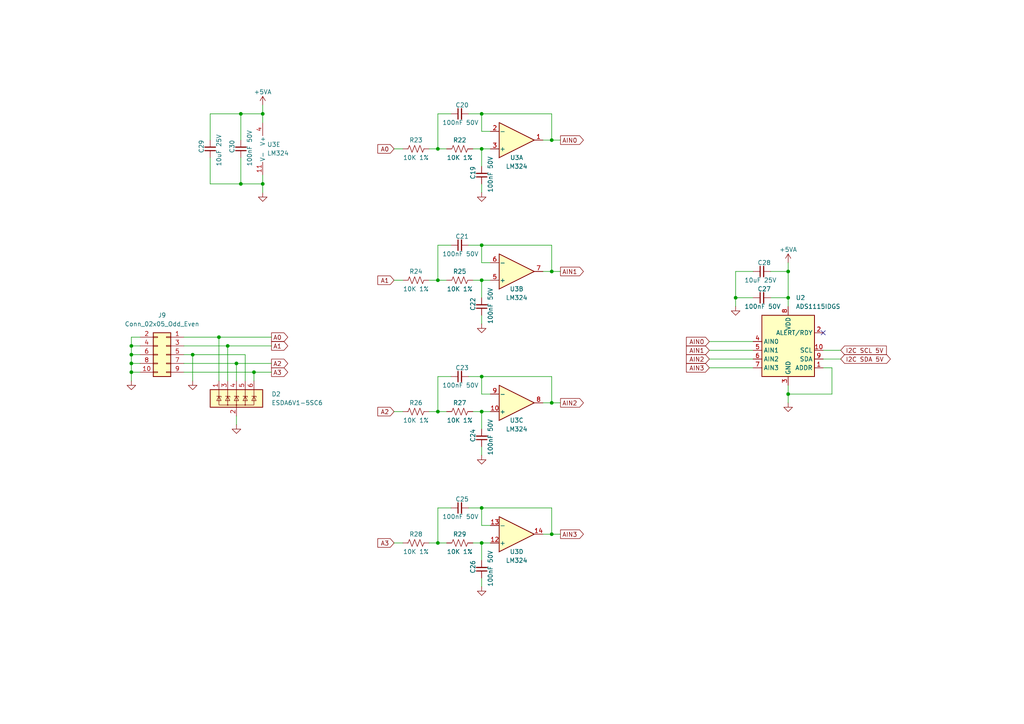
<source format=kicad_sch>
(kicad_sch (version 20231120) (generator "eeschema") (generator_version "8.0")
  (paper "A4")
  (lib_symbols
    (symbol "Amplifier_Operational:LM324" (pin_names (offset 0.127))
      (property "Reference" "U" (at 0 5.08 0))
      (property "Value" "LM324" (at 0 -5.08 0))
      (symbol "LM324_1_1"
        (polyline (pts (xy -5.08 5.08) (xy 5.08 0) (xy -5.08 -5.08) (xy -5.08 5.08)) (stroke (width 0.254)) (fill (type background)))
        (pin output line (at 7.62 0 180) (length 2.54) (name "~") (number "1"))
        (pin input line (at -7.62 -2.54 0) (length 2.54) (name "-") (number "2"))
        (pin input line (at -7.62 2.54 0) (length 2.54) (name "+") (number "3"))
      )
      (symbol "LM324_2_1"
        (polyline (pts (xy -5.08 5.08) (xy 5.08 0) (xy -5.08 -5.08) (xy -5.08 5.08)) (stroke (width 0.254)) (fill (type background)))
        (pin input line (at -7.62 2.54 0) (length 2.54) (name "+") (number "5"))
        (pin input line (at -7.62 -2.54 0) (length 2.54) (name "-") (number "6"))
        (pin output line (at 7.62 0 180) (length 2.54) (name "~") (number "7"))
      )
      (symbol "LM324_3_1"
        (polyline (pts (xy -5.08 5.08) (xy 5.08 0) (xy -5.08 -5.08) (xy -5.08 5.08)) (stroke (width 0.254)) (fill (type background)))
        (pin input line (at -7.62 2.54 0) (length 2.54) (name "+") (number "10"))
        (pin output line (at 7.62 0 180) (length 2.54) (name "~") (number "8"))
        (pin input line (at -7.62 -2.54 0) (length 2.54) (name "-") (number "9"))
      )
      (symbol "LM324_4_1"
        (polyline (pts (xy -5.08 5.08) (xy 5.08 0) (xy -5.08 -5.08) (xy -5.08 5.08)) (stroke (width 0.254)) (fill (type background)))
        (pin input line (at -7.62 2.54 0) (length 2.54) (name "+") (number "12"))
        (pin input line (at -7.62 -2.54 0) (length 2.54) (name "-") (number "13"))
        (pin output line (at 7.62 0 180) (length 2.54) (name "~") (number "14"))
      )
      (symbol "LM324_5_1"
        (pin power_in line (at -2.54 -7.62 90) (length 3.81) (name "V-") (number "11"))
        (pin power_in line (at -2.54 7.62 270) (length 3.81) (name "V+") (number "4"))
      )
    )
    (symbol "Analog_ADC:ADS1115IDGS"
      (property "Reference" "U" (at 2.54 13.97 0))
      (property "Value" "ADS1115IDGS" (at 7.62 11.43 0))
      (symbol "ADS1115IDGS_0_1"
        (rectangle (start -7.62 10.16) (end 7.62 -7.62) (stroke (width 0.254)) (fill (type background)))
      )
      (symbol "ADS1115IDGS_1_1"
        (pin input line (at 10.16 -5.08 180) (length 2.54) (name "ADDR") (number "1"))
        (pin input line (at 10.16 0 180) (length 2.54) (name "SCL") (number "10"))
        (pin output line (at 10.16 5.08 180) (length 2.54) (name "ALERT/RDY") (number "2"))
        (pin power_in line (at 0 -10.16 90) (length 2.54) (name "GND") (number "3"))
        (pin input line (at -10.16 2.54 0) (length 2.54) (name "AIN0") (number "4"))
        (pin input line (at -10.16 0 0) (length 2.54) (name "AIN1") (number "5"))
        (pin input line (at -10.16 -2.54 0) (length 2.54) (name "AIN2") (number "6"))
        (pin input line (at -10.16 -5.08 0) (length 2.54) (name "AIN3") (number "7"))
        (pin power_in line (at 0 12.7 270) (length 2.54) (name "VDD") (number "8"))
        (pin bidirectional line (at 10.16 -2.54 180) (length 2.54) (name "SDA") (number "9"))
      )
    )
    (symbol "Connector_Generic:Conn_02x05_Odd_Even" (pin_names (offset 1.016) hide)
      (property "Reference" "J" (at 1.27 7.62 0))
      (property "Value" "Conn_02x05_Odd_Even" (at 1.27 -7.62 0))
      (symbol "Conn_02x05_Odd_Even_1_1"
        (rectangle (start -1.27 -4.953) (end 0 -5.207) (stroke (width 0.1524)))
        (rectangle (start -1.27 -2.413) (end 0 -2.667) (stroke (width 0.1524)))
        (rectangle (start -1.27 0.127) (end 0 -0.127) (stroke (width 0.1524)))
        (rectangle (start -1.27 2.667) (end 0 2.413) (stroke (width 0.1524)))
        (rectangle (start -1.27 5.207) (end 0 4.953) (stroke (width 0.1524)))
        (rectangle (start -1.27 6.35) (end 3.81 -6.35) (stroke (width 0.254)) (fill (type background)))
        (rectangle (start 3.81 -4.953) (end 2.54 -5.207) (stroke (width 0.1524)))
        (rectangle (start 3.81 -2.413) (end 2.54 -2.667) (stroke (width 0.1524)))
        (rectangle (start 3.81 0.127) (end 2.54 -0.127) (stroke (width 0.1524)))
        (rectangle (start 3.81 2.667) (end 2.54 2.413) (stroke (width 0.1524)))
        (rectangle (start 3.81 5.207) (end 2.54 4.953) (stroke (width 0.1524)))
        (pin passive line (at -5.08 5.08 0) (length 3.81) (name "Pin_1") (number "1"))
        (pin passive line (at 7.62 -5.08 180) (length 3.81) (name "Pin_10") (number "10"))
        (pin passive line (at 7.62 5.08 180) (length 3.81) (name "Pin_2") (number "2"))
        (pin passive line (at -5.08 2.54 0) (length 3.81) (name "Pin_3") (number "3"))
        (pin passive line (at 7.62 2.54 180) (length 3.81) (name "Pin_4") (number "4"))
        (pin passive line (at -5.08 0 0) (length 3.81) (name "Pin_5") (number "5"))
        (pin passive line (at 7.62 0 180) (length 3.81) (name "Pin_6") (number "6"))
        (pin passive line (at -5.08 -2.54 0) (length 3.81) (name "Pin_7") (number "7"))
        (pin passive line (at 7.62 -2.54 180) (length 3.81) (name "Pin_8") (number "8"))
        (pin passive line (at -5.08 -5.08 0) (length 3.81) (name "Pin_9") (number "9"))
      )
    )
    (symbol "Device:C_Small" (pin_numbers hide) (pin_names (offset 0.254) hide)
      (property "Reference" "C" (at 0.254 1.778 0))
      (property "Value" "C_Small" (at 0.254 -2.032 0))
      (symbol "C_Small_0_1"
        (polyline (pts (xy -1.524 -0.508) (xy 1.524 -0.508)) (stroke (width 0.3302)))
        (polyline (pts (xy -1.524 0.508) (xy 1.524 0.508)) (stroke (width 0.3048)))
      )
      (symbol "C_Small_1_1"
        (pin passive line (at 0 2.54 270) (length 2.032) (name "~") (number "1"))
        (pin passive line (at 0 -2.54 90) (length 2.032) (name "~") (number "2"))
      )
    )
    (symbol "Device:R_US" (pin_numbers hide) (pin_names (offset 0))
      (property "Reference" "R" (at 2.54 0 90))
      (property "Value" "R_US" (at -2.54 0 90))
      (symbol "R_US_0_1"
        (polyline (pts (xy 0 -2.286) (xy 0 -2.54)))
        (polyline (pts (xy 0 2.286) (xy 0 2.54)))
        (polyline (pts (xy 0 -0.762) (xy 1.016 -1.143) (xy 0 -1.524) (xy -1.016 -1.905) (xy 0 -2.286)))
        (polyline (pts (xy 0 0.762) (xy 1.016 0.381) (xy 0 0) (xy -1.016 -0.381) (xy 0 -0.762)))
        (polyline (pts (xy 0 2.286) (xy 1.016 1.905) (xy 0 1.524) (xy -1.016 1.143) (xy 0 0.762)))
      )
      (symbol "R_US_1_1"
        (pin passive line (at 0 3.81 270) (length 1.27) (name "~") (number "1"))
        (pin passive line (at 0 -3.81 90) (length 1.27) (name "~") (number "2"))
      )
    )
    (symbol "Power_Protection:ESDA6V1-5SC6" (pin_names hide)
      (property "Reference" "D" (at -5.08 -3.81 0))
      (property "Value" "ESDA6V1-5SC6" (at 2.54 -3.81 0))
      (symbol "ESDA6V1-5SC6_0_0"
        (pin passive line (at 0 -5.08 90) (length 2.54) (name "GND") (number "2"))
      )
      (symbol "ESDA6V1-5SC6_0_1"
        (rectangle (start -7.62 2.54) (end 7.62 -2.54) (stroke (width 0.254)) (fill (type background)))
        (circle (center -2.54 -1.905) (radius 0.127))
        (circle (center 0 -1.905) (radius 0.127))
        (polyline (pts (xy -2.54 2.54) (xy -2.54 -1.905)))
        (polyline (pts (xy 0 2.54) (xy 0 -2.54)))
        (polyline (pts (xy 2.54 2.54) (xy 2.54 -1.905)))
        (polyline (pts (xy -5.715 0.635) (xy -4.445 0.635) (xy -4.445 0.381)))
        (polyline (pts (xy -3.175 0.635) (xy -1.905 0.635) (xy -1.905 0.381)))
        (polyline (pts (xy -0.635 0.635) (xy 0.635 0.635) (xy 0.635 0.381)))
        (polyline (pts (xy 1.905 0.635) (xy 3.175 0.635) (xy 3.175 0.381)))
        (polyline (pts (xy 4.445 0.635) (xy 5.715 0.635) (xy 5.715 0.381)))
        (polyline (pts (xy -5.715 -0.635) (xy -4.445 -0.635) (xy -5.08 0.635) (xy -5.715 -0.635)))
        (polyline (pts (xy -5.08 2.54) (xy -5.08 -1.905) (xy 5.08 -1.905) (xy 5.08 2.54)))
        (polyline (pts (xy -3.175 -0.635) (xy -1.905 -0.635) (xy -2.54 0.635) (xy -3.175 -0.635)))
        (polyline (pts (xy -0.635 -0.635) (xy 0.635 -0.635) (xy 0 0.635) (xy -0.635 -0.635)))
        (polyline (pts (xy 1.905 -0.635) (xy 3.175 -0.635) (xy 2.54 0.635) (xy 1.905 -0.635)))
        (polyline (pts (xy 4.445 -0.635) (xy 5.715 -0.635) (xy 5.08 0.635) (xy 4.445 -0.635)))
        (circle (center 2.54 -1.905) (radius 0.127))
      )
      (symbol "ESDA6V1-5SC6_1_1"
        (pin passive line (at -5.08 5.08 270) (length 2.54) (name "IO1") (number "1"))
        (pin passive line (at -2.54 5.08 270) (length 2.54) (name "IO2") (number "3"))
        (pin passive line (at 0 5.08 270) (length 2.54) (name "IO3") (number "4"))
        (pin passive line (at 2.54 5.08 270) (length 2.54) (name "IO4") (number "5"))
        (pin passive line (at 5.08 5.08 270) (length 2.54) (name "IO5") (number "6"))
      )
    )
    (symbol "power:GND" (power) (pin_numbers hide) (pin_names (offset 0) hide)
      (property "Value" "GND" (at 0 -3.81 0))
      (symbol "GND_0_1"
        (polyline (pts (xy 0 0) (xy 0 -1.27) (xy 1.27 -1.27) (xy 0 -2.54) (xy -1.27 -1.27) (xy 0 -1.27)))
      )
      (symbol "GND_1_1"
        (pin power_in line (at 0 0 270) (length 0) (name "~") (number "1"))
      )
    )
    (symbol "power:VCC" (power) (pin_numbers hide) (pin_names (offset 0) hide)
      (property "Value" "VCC" (at 0 3.556 0))
      (symbol "VCC_0_1"
        (polyline (pts (xy -0.762 1.27) (xy 0 2.54)))
        (polyline (pts (xy 0 0) (xy 0 2.54)))
        (polyline (pts (xy 0 2.54) (xy 0.762 1.27)))
      )
      (symbol "VCC_1_1"
        (pin power_in line (at 0 0 90) (length 0) (name "~") (number "1"))
      )
    )
  )
  (junction (at 68.58 105.41))
  (junction (at 69.85 53.34))
  (junction (at 139.7 157.48))
  (junction (at 38.1 105.41))
  (junction (at 38.1 100.33))
  (junction (at 63.5 97.79))
  (junction (at 139.7 119.38))
  (junction (at 76.2 53.34))
  (junction (at 139.7 81.28))
  (junction (at 69.85 33.02))
  (junction (at 76.2 33.02))
  (junction (at 73.66 107.95))
  (junction (at 127 81.28))
  (junction (at 139.7 109.22))
  (junction (at 127 157.48))
  (junction (at 228.6 78.74))
  (junction (at 38.1 102.87))
  (junction (at 228.6 114.3))
  (junction (at 160.02 154.94))
  (junction (at 228.6 86.36))
  (junction (at 160.02 78.74))
  (junction (at 139.7 33.02))
  (junction (at 160.02 116.84))
  (junction (at 139.7 71.12))
  (junction (at 160.02 40.64))
  (junction (at 127 43.18))
  (junction (at 38.1 107.95))
  (junction (at 213.36 86.36))
  (junction (at 139.7 43.18))
  (junction (at 66.04 100.33))
  (junction (at 55.88 102.87))
  (junction (at 139.7 147.32))
  (junction (at 127 119.38))
  (no_connect (at 238.76 96.52))
  (wire (pts (xy 78.74 107.95) (xy 73.66 107.95)))
  (wire (pts (xy 137.16 81.28) (xy 139.7 81.28)))
  (wire (pts (xy 137.16 157.48) (xy 139.7 157.48)))
  (wire (pts (xy 78.74 105.41) (xy 68.58 105.41)))
  (wire (pts (xy 228.6 86.36) (xy 228.6 88.9)))
  (wire (pts (xy 139.7 157.48) (xy 139.7 162.56)))
  (wire (pts (xy 73.66 107.95) (xy 53.34 107.95)))
  (wire (pts (xy 228.6 78.74) (xy 228.6 86.36)))
  (wire (pts (xy 73.66 107.95) (xy 73.66 110.49)))
  (wire (pts (xy 157.48 40.64) (xy 160.02 40.64)))
  (wire (pts (xy 68.58 105.41) (xy 68.58 110.49)))
  (wire (pts (xy 127 33.02) (xy 127 43.18)))
  (wire (pts (xy 55.88 102.87) (xy 55.88 110.49)))
  (wire (pts (xy 78.74 97.79) (xy 63.5 97.79)))
  (wire (pts (xy 228.6 76.2) (xy 228.6 78.74)))
  (wire (pts (xy 68.58 105.41) (xy 53.34 105.41)))
  (wire (pts (xy 139.7 71.12) (xy 160.02 71.12)))
  (wire (pts (xy 55.88 102.87) (xy 71.12 102.87)))
  (wire (pts (xy 139.7 81.28) (xy 142.24 81.28)))
  (wire (pts (xy 139.7 71.12) (xy 135.89 71.12)))
  (wire (pts (xy 205.74 101.6) (xy 218.44 101.6)))
  (wire (pts (xy 124.46 43.18) (xy 127 43.18)))
  (wire (pts (xy 139.7 147.32) (xy 160.02 147.32)))
  (wire (pts (xy 130.81 147.32) (xy 127 147.32)))
  (wire (pts (xy 139.7 129.54) (xy 139.7 132.08)))
  (wire (pts (xy 69.85 33.02) (xy 76.2 33.02)))
  (wire (pts (xy 213.36 78.74) (xy 218.44 78.74)))
  (wire (pts (xy 127 157.48) (xy 129.54 157.48)))
  (wire (pts (xy 127 147.32) (xy 127 157.48)))
  (wire (pts (xy 228.6 111.76) (xy 228.6 114.3)))
  (wire (pts (xy 38.1 107.95) (xy 38.1 105.41)))
  (wire (pts (xy 38.1 102.87) (xy 40.64 102.87)))
  (wire (pts (xy 38.1 110.49) (xy 38.1 107.95)))
  (wire (pts (xy 127 119.38) (xy 129.54 119.38)))
  (wire (pts (xy 139.7 109.22) (xy 160.02 109.22)))
  (wire (pts (xy 60.96 33.02) (xy 69.85 33.02)))
  (wire (pts (xy 127 81.28) (xy 129.54 81.28)))
  (wire (pts (xy 38.1 100.33) (xy 40.64 100.33)))
  (wire (pts (xy 139.7 114.3) (xy 139.7 109.22)))
  (wire (pts (xy 157.48 116.84) (xy 160.02 116.84)))
  (wire (pts (xy 160.02 78.74) (xy 162.56 78.74)))
  (wire (pts (xy 38.1 107.95) (xy 40.64 107.95)))
  (wire (pts (xy 130.81 33.02) (xy 127 33.02)))
  (wire (pts (xy 139.7 76.2) (xy 142.24 76.2)))
  (wire (pts (xy 69.85 53.34) (xy 76.2 53.34)))
  (wire (pts (xy 213.36 86.36) (xy 213.36 78.74)))
  (wire (pts (xy 238.76 101.6) (xy 243.84 101.6)))
  (wire (pts (xy 76.2 50.8) (xy 76.2 53.34)))
  (wire (pts (xy 69.85 33.02) (xy 69.85 40.64)))
  (wire (pts (xy 223.52 86.36) (xy 228.6 86.36)))
  (wire (pts (xy 114.3 81.28) (xy 116.84 81.28)))
  (wire (pts (xy 78.74 100.33) (xy 66.04 100.33)))
  (wire (pts (xy 139.7 167.64) (xy 139.7 170.18)))
  (wire (pts (xy 139.7 114.3) (xy 142.24 114.3)))
  (wire (pts (xy 139.7 53.34) (xy 139.7 55.88)))
  (wire (pts (xy 124.46 157.48) (xy 127 157.48)))
  (wire (pts (xy 137.16 119.38) (xy 139.7 119.38)))
  (wire (pts (xy 160.02 40.64) (xy 160.02 33.02)))
  (wire (pts (xy 139.7 119.38) (xy 142.24 119.38)))
  (wire (pts (xy 213.36 86.36) (xy 218.44 86.36)))
  (wire (pts (xy 76.2 30.48) (xy 76.2 33.02)))
  (wire (pts (xy 130.81 71.12) (xy 127 71.12)))
  (wire (pts (xy 38.1 105.41) (xy 40.64 105.41)))
  (wire (pts (xy 66.04 100.33) (xy 53.34 100.33)))
  (wire (pts (xy 238.76 106.68) (xy 241.3 106.68)))
  (wire (pts (xy 139.7 76.2) (xy 139.7 71.12)))
  (wire (pts (xy 160.02 116.84) (xy 162.56 116.84)))
  (wire (pts (xy 114.3 119.38) (xy 116.84 119.38)))
  (wire (pts (xy 71.12 110.49) (xy 71.12 102.87)))
  (wire (pts (xy 127 43.18) (xy 129.54 43.18)))
  (wire (pts (xy 160.02 33.02) (xy 139.7 33.02)))
  (wire (pts (xy 213.36 88.9) (xy 213.36 86.36)))
  (wire (pts (xy 160.02 40.64) (xy 162.56 40.64)))
  (wire (pts (xy 38.1 102.87) (xy 38.1 100.33)))
  (wire (pts (xy 139.7 109.22) (xy 135.89 109.22)))
  (wire (pts (xy 124.46 119.38) (xy 127 119.38)))
  (wire (pts (xy 127 71.12) (xy 127 81.28)))
  (wire (pts (xy 160.02 78.74) (xy 160.02 71.12)))
  (wire (pts (xy 63.5 97.79) (xy 53.34 97.79)))
  (wire (pts (xy 142.24 38.1) (xy 139.7 38.1)))
  (wire (pts (xy 76.2 33.02) (xy 76.2 35.56)))
  (wire (pts (xy 139.7 119.38) (xy 139.7 124.46)))
  (wire (pts (xy 160.02 116.84) (xy 160.02 109.22)))
  (wire (pts (xy 130.81 109.22) (xy 127 109.22)))
  (wire (pts (xy 160.02 154.94) (xy 160.02 147.32)))
  (wire (pts (xy 160.02 154.94) (xy 162.56 154.94)))
  (wire (pts (xy 38.1 105.41) (xy 38.1 102.87)))
  (wire (pts (xy 205.74 104.14) (xy 218.44 104.14)))
  (wire (pts (xy 60.96 45.72) (xy 60.96 53.34)))
  (wire (pts (xy 114.3 43.18) (xy 116.84 43.18)))
  (wire (pts (xy 157.48 78.74) (xy 160.02 78.74)))
  (wire (pts (xy 223.52 78.74) (xy 228.6 78.74)))
  (wire (pts (xy 205.74 99.06) (xy 218.44 99.06)))
  (wire (pts (xy 76.2 55.88) (xy 76.2 53.34)))
  (wire (pts (xy 139.7 43.18) (xy 139.7 48.26)))
  (wire (pts (xy 241.3 106.68) (xy 241.3 114.3)))
  (wire (pts (xy 69.85 45.72) (xy 69.85 53.34)))
  (wire (pts (xy 139.7 38.1) (xy 139.7 33.02)))
  (wire (pts (xy 127 109.22) (xy 127 119.38)))
  (wire (pts (xy 114.3 157.48) (xy 116.84 157.48)))
  (wire (pts (xy 238.76 104.14) (xy 243.84 104.14)))
  (wire (pts (xy 157.48 154.94) (xy 160.02 154.94)))
  (wire (pts (xy 228.6 116.84) (xy 228.6 114.3)))
  (wire (pts (xy 66.04 100.33) (xy 66.04 110.49)))
  (wire (pts (xy 38.1 97.79) (xy 40.64 97.79)))
  (wire (pts (xy 139.7 147.32) (xy 135.89 147.32)))
  (wire (pts (xy 53.34 102.87) (xy 55.88 102.87)))
  (wire (pts (xy 68.58 123.19) (xy 68.58 120.65)))
  (wire (pts (xy 139.7 33.02) (xy 135.89 33.02)))
  (wire (pts (xy 139.7 81.28) (xy 139.7 86.36)))
  (wire (pts (xy 139.7 157.48) (xy 142.24 157.48)))
  (wire (pts (xy 60.96 40.64) (xy 60.96 33.02)))
  (wire (pts (xy 205.74 106.68) (xy 218.44 106.68)))
  (wire (pts (xy 63.5 97.79) (xy 63.5 110.49)))
  (wire (pts (xy 60.96 53.34) (xy 69.85 53.34)))
  (wire (pts (xy 139.7 152.4) (xy 139.7 147.32)))
  (wire (pts (xy 137.16 43.18) (xy 139.7 43.18)))
  (wire (pts (xy 38.1 100.33) (xy 38.1 97.79)))
  (wire (pts (xy 228.6 114.3) (xy 241.3 114.3)))
  (wire (pts (xy 124.46 81.28) (xy 127 81.28)))
  (wire (pts (xy 139.7 91.44) (xy 139.7 93.98)))
  (wire (pts (xy 139.7 152.4) (xy 142.24 152.4)))
  (wire (pts (xy 139.7 43.18) (xy 142.24 43.18)))
  (global_label "I2C SDA 5V" (shape bidirectional) (at 243.84 104.14 0) (property "Intersheetrefs" "${INTERSHEET_REFS}" (effects (hide yes))))
  (global_label "A1" (shape output) (at 78.74 100.33 0) (property "Intersheetrefs" "${INTERSHEET_REFS}" (effects (hide yes))))
  (global_label "AIN1" (shape output) (at 162.56 78.74 0) (property "Intersheetrefs" "${INTERSHEET_REFS}" (effects (hide yes))))
  (global_label "A3" (shape output) (at 78.74 107.95 0) (property "Intersheetrefs" "${INTERSHEET_REFS}" (effects (hide yes))))
  (global_label "AIN3" (shape input) (at 205.74 106.68 180) (property "Intersheetrefs" "${INTERSHEET_REFS}" (effects (hide yes))))
  (global_label "A0" (shape output) (at 78.74 97.79 0) (property "Intersheetrefs" "${INTERSHEET_REFS}" (effects (hide yes))))
  (global_label "A0" (shape input) (at 114.3 43.18 180) (property "Intersheetrefs" "${INTERSHEET_REFS}" (effects (hide yes))))
  (global_label "A2" (shape output) (at 78.74 105.41 0) (property "Intersheetrefs" "${INTERSHEET_REFS}" (effects (hide yes))))
  (global_label "I2C SCL 5V" (shape input) (at 243.84 101.6 0) (property "Intersheetrefs" "${INTERSHEET_REFS}" (effects (hide yes))))
  (global_label "AIN2" (shape output) (at 162.56 116.84 0) (property "Intersheetrefs" "${INTERSHEET_REFS}" (effects (hide yes))))
  (global_label "AIN1" (shape input) (at 205.74 101.6 180) (property "Intersheetrefs" "${INTERSHEET_REFS}" (effects (hide yes))))
  (global_label "A1" (shape input) (at 114.3 81.28 180) (property "Intersheetrefs" "${INTERSHEET_REFS}" (effects (hide yes))))
  (global_label "A3" (shape input) (at 114.3 157.48 180) (property "Intersheetrefs" "${INTERSHEET_REFS}" (effects (hide yes))))
  (global_label "AIN3" (shape output) (at 162.56 154.94 0) (property "Intersheetrefs" "${INTERSHEET_REFS}" (effects (hide yes))))
  (global_label "AIN2" (shape input) (at 205.74 104.14 180) (property "Intersheetrefs" "${INTERSHEET_REFS}" (effects (hide yes))))
  (global_label "AIN0" (shape input) (at 205.74 99.06 180) (property "Intersheetrefs" "${INTERSHEET_REFS}" (effects (hide yes))))
  (global_label "A2" (shape input) (at 114.3 119.38 180) (property "Intersheetrefs" "${INTERSHEET_REFS}" (effects (hide yes))))
  (global_label "AIN0" (shape output) (at 162.56 40.64 0) (property "Intersheetrefs" "${INTERSHEET_REFS}" (effects (hide yes))))
  (symbol (lib_id "Connector_Generic:Conn_02x05_Odd_Even") (at 48.26 102.87 0) (mirror y) (unit 1)
    (property "Reference" "J9" (at 46.99 91.44 0))
    (property "Value" "Conn_02x05_Odd_Even" (at 46.99 93.98 0))
    (property "Footprint" "Connector_PinSocket_2.54mm:PinSocket_2x05_P2.54mm_Horizontal" (effects (hide yes)))
    (property "Description" "Generic connector, double row, 02x05, odd/even pin numbering scheme (row 1 odd numbers, row 2 even numbers), script generated (kicad-library-utils/schlib/autogen/connector/)" (effects (hide yes)))
  )
  (symbol (lib_id "Device:R_US") (at 133.35 81.28 90) (unit 1)
    (property "Reference" "R25" (at 133.35 78.74 90))
    (property "Value" "10K 1%" (at 133.35 83.82 90))
    (property "Footprint" "Resistor_SMD:R_0603_1608Metric_Pad0.98x0.95mm_HandSolder" (effects (hide yes)))
    (property "Description" "Resistor, US symbol" (effects (hide yes)))
  )
  (symbol (lib_id "power:GND") (at 139.7 170.18 0) (unit 1)
    (property "Reference" "#PWR051" (effects (hide yes)))
    (property "Value" "GND" (effects (hide yes)))
    (property "Description" "Power symbol creates a global label with name \"GND\" , ground" (effects (hide yes)))
  )
  (symbol (lib_id "Device:C_Small") (at 133.35 147.32 90) (unit 1)
    (property "Reference" "C25" (at 132.08 144.78 90) (effects (justify right)))
    (property "Value" "100nF 50V" (at 128.27 149.86 90) (effects (justify right)))
    (property "Footprint" "Capacitor_SMD:C_0603_1608Metric_Pad1.08x0.95mm_HandSolder" (effects (hide yes)))
    (property "Description" "Unpolarized capacitor, small symbol" (effects (hide yes)))
  )
  (symbol (lib_id "Device:R_US") (at 120.65 157.48 90) (unit 1)
    (property "Reference" "R28" (at 120.65 154.94 90))
    (property "Value" "10K 1%" (at 120.65 160.02 90))
    (property "Footprint" "Resistor_SMD:R_0603_1608Metric_Pad0.98x0.95mm_HandSolder" (effects (hide yes)))
    (property "Description" "Resistor, US symbol" (effects (hide yes)))
  )
  (symbol (lib_id "Device:C_Small") (at 139.7 127 180) (unit 1)
    (property "Reference" "C24" (at 137.16 128.27 90) (effects (justify right)))
    (property "Value" "100nF 50V" (at 142.24 132.08 90) (effects (justify right)))
    (property "Footprint" "Capacitor_SMD:C_0603_1608Metric_Pad1.08x0.95mm_HandSolder" (effects (hide yes)))
    (property "Description" "Unpolarized capacitor, small symbol" (effects (hide yes)))
  )
  (symbol (lib_id "power:GND") (at 55.88 110.49 0) (unit 1)
    (property "Reference" "#PWR019" (effects (hide yes)))
    (property "Value" "GND" (effects (hide yes)))
    (property "Description" "Power symbol creates a global label with name \"GND\" , ground" (effects (hide yes)))
  )
  (symbol (lib_id "Device:R_US") (at 120.65 119.38 90) (unit 1)
    (property "Reference" "R26" (at 120.65 116.84 90))
    (property "Value" "10K 1%" (at 120.65 121.92 90))
    (property "Footprint" "Resistor_SMD:R_0603_1608Metric_Pad0.98x0.95mm_HandSolder" (effects (hide yes)))
    (property "Description" "Resistor, US symbol" (effects (hide yes)))
  )
  (symbol (lib_id "Amplifier_Operational:LM324") (at 149.86 40.64 0) (mirror x) (unit 1)
    (property "Reference" "U3" (at 149.86 45.72 0))
    (property "Value" "LM324" (at 149.86 48.26 0))
    (property "Footprint" "Package_SO:TSSOP-14_4.4x5mm_P0.65mm" (effects (hide yes)))
    (property "Datasheet" "http://www.ti.com/lit/ds/symlink/lm2902-n.pdf" (effects (hide yes)))
    (property "Description" "Low-Power, Quad-Operational Amplifiers, DIP-14/SOIC-14/SSOP-14" (effects (hide yes)))
  )
  (symbol (lib_id "power:GND") (at 139.7 93.98 0) (unit 1)
    (property "Reference" "#PWR049" (effects (hide yes)))
    (property "Value" "GND" (effects (hide yes)))
    (property "Description" "Power symbol creates a global label with name \"GND\" , ground" (effects (hide yes)))
  )
  (symbol (lib_id "Device:C_Small") (at 69.85 43.18 180) (unit 1)
    (property "Reference" "C30" (at 67.31 44.45 90) (effects (justify right)))
    (property "Value" "100nF 50V" (at 72.39 48.26 90) (effects (justify right)))
    (property "Footprint" "Capacitor_SMD:C_0603_1608Metric_Pad1.08x0.95mm_HandSolder" (effects (hide yes)))
    (property "Description" "Unpolarized capacitor, small symbol" (effects (hide yes)))
  )
  (symbol (lib_id "power:GND") (at 213.36 88.9 0) (unit 1)
    (property "Reference" "#PWR053" (effects (hide yes)))
    (property "Value" "GND" (effects (hide yes)))
    (property "Description" "Power symbol creates a global label with name \"GND\" , ground" (effects (hide yes)))
  )
  (symbol (lib_id "Device:R_US") (at 133.35 119.38 90) (unit 1)
    (property "Reference" "R27" (at 133.35 116.84 90))
    (property "Value" "10K 1%" (at 133.35 121.92 90))
    (property "Footprint" "Resistor_SMD:R_0603_1608Metric_Pad0.98x0.95mm_HandSolder" (effects (hide yes)))
    (property "Description" "Resistor, US symbol" (effects (hide yes)))
  )
  (symbol (lib_id "power:GND") (at 68.58 123.19 0) (unit 1)
    (property "Reference" "#PWR045" (effects (hide yes)))
    (property "Value" "GND" (effects (hide yes)))
    (property "Description" "Power symbol creates a global label with name \"GND\" , ground" (effects (hide yes)))
  )
  (symbol (lib_id "power:GND") (at 139.7 132.08 0) (unit 1)
    (property "Reference" "#PWR050" (effects (hide yes)))
    (property "Value" "GND" (effects (hide yes)))
    (property "Description" "Power symbol creates a global label with name \"GND\" , ground" (effects (hide yes)))
  )
  (symbol (lib_id "Amplifier_Operational:LM324") (at 78.74 43.18 0) (unit 5)
    (property "Reference" "U3" (at 77.47 41.9099 0) (effects (justify left)))
    (property "Value" "LM324" (at 77.47 44.4499 0) (effects (justify left)))
    (property "Footprint" "Package_SO:TSSOP-14_4.4x5mm_P0.65mm" (effects (hide yes)))
    (property "Datasheet" "http://www.ti.com/lit/ds/symlink/lm2902-n.pdf" (effects (hide yes)))
    (property "Description" "Low-Power, Quad-Operational Amplifiers, DIP-14/SOIC-14/SSOP-14" (effects (hide yes)))
  )
  (symbol (lib_id "Device:C_Small") (at 220.98 86.36 90) (unit 1)
    (property "Reference" "C27" (at 219.71 83.82 90) (effects (justify right)))
    (property "Value" "100nF 50V" (at 215.9 88.9 90) (effects (justify right)))
    (property "Footprint" "Capacitor_SMD:C_0603_1608Metric_Pad1.08x0.95mm_HandSolder" (effects (hide yes)))
    (property "Description" "Unpolarized capacitor, small symbol" (effects (hide yes)))
  )
  (symbol (lib_id "power:GND") (at 139.7 55.88 0) (unit 1)
    (property "Reference" "#PWR048" (effects (hide yes)))
    (property "Value" "GND" (effects (hide yes)))
    (property "Description" "Power symbol creates a global label with name \"GND\" , ground" (effects (hide yes)))
  )
  (symbol (lib_id "Device:C_Small") (at 60.96 43.18 180) (unit 1)
    (property "Reference" "C29" (at 58.42 44.45 90) (effects (justify right)))
    (property "Value" "10uF 25V" (at 63.5 48.26 90) (effects (justify right)))
    (property "Footprint" "Capacitor_SMD:C_0805_2012Metric_Pad1.18x1.45mm_HandSolder" (effects (hide yes)))
    (property "Description" "Unpolarized capacitor, small symbol" (effects (hide yes)))
  )
  (symbol (lib_id "power:VCC") (at 228.6 76.2 0) (unit 1)
    (property "Reference" "#PWR054" (effects (hide yes)))
    (property "Value" "+5VA" (at 228.6 72.39 0))
    (property "Description" "Power symbol creates a global label with name \"VCC\"" (effects (hide yes)))
  )
  (symbol (lib_id "power:VCC") (at 76.2 30.48 0) (unit 1)
    (property "Reference" "#PWR046" (effects (hide yes)))
    (property "Value" "+5VA" (at 76.2 26.67 0))
    (property "Description" "Power symbol creates a global label with name \"VCC\"" (effects (hide yes)))
  )
  (symbol (lib_id "Device:R_US") (at 120.65 81.28 90) (unit 1)
    (property "Reference" "R24" (at 120.65 78.74 90))
    (property "Value" "10K 1%" (at 120.65 83.82 90))
    (property "Footprint" "Resistor_SMD:R_0603_1608Metric_Pad0.98x0.95mm_HandSolder" (effects (hide yes)))
    (property "Description" "Resistor, US symbol" (effects (hide yes)))
  )
  (symbol (lib_id "Device:C_Small") (at 133.35 33.02 90) (unit 1)
    (property "Reference" "C20" (at 132.08 30.48 90) (effects (justify right)))
    (property "Value" "100nF 50V" (at 128.27 35.56 90) (effects (justify right)))
    (property "Footprint" "Capacitor_SMD:C_0603_1608Metric_Pad1.08x0.95mm_HandSolder" (effects (hide yes)))
    (property "Description" "Unpolarized capacitor, small symbol" (effects (hide yes)))
  )
  (symbol (lib_id "Amplifier_Operational:LM324") (at 149.86 116.84 0) (mirror x) (unit 3)
    (property "Reference" "U3" (at 149.86 121.92 0))
    (property "Value" "LM324" (at 149.86 124.46 0))
    (property "Footprint" "Package_SO:TSSOP-14_4.4x5mm_P0.65mm" (effects (hide yes)))
    (property "Datasheet" "http://www.ti.com/lit/ds/symlink/lm2902-n.pdf" (effects (hide yes)))
    (property "Description" "Low-Power, Quad-Operational Amplifiers, DIP-14/SOIC-14/SSOP-14" (effects (hide yes)))
  )
  (symbol (lib_id "power:GND") (at 228.6 116.84 0) (unit 1)
    (property "Reference" "#PWR071" (effects (hide yes)))
    (property "Value" "GND" (effects (hide yes)))
    (property "Description" "Power symbol creates a global label with name \"GND\" , ground" (effects (hide yes)))
  )
  (symbol (lib_id "Device:C_Small") (at 220.98 78.74 90) (unit 1)
    (property "Reference" "C28" (at 219.71 76.2 90) (effects (justify right)))
    (property "Value" "10uF 25V" (at 215.9 81.28 90) (effects (justify right)))
    (property "Footprint" "Capacitor_SMD:C_0805_2012Metric_Pad1.18x1.45mm_HandSolder" (effects (hide yes)))
    (property "Description" "Unpolarized capacitor, small symbol" (effects (hide yes)))
  )
  (symbol (lib_id "Device:C_Small") (at 139.7 50.8 180) (unit 1)
    (property "Reference" "C19" (at 137.16 52.07 90) (effects (justify right)))
    (property "Value" "100nF 50V" (at 142.24 55.88 90) (effects (justify right)))
    (property "Footprint" "Capacitor_SMD:C_0603_1608Metric_Pad1.08x0.95mm_HandSolder" (effects (hide yes)))
    (property "Description" "Unpolarized capacitor, small symbol" (effects (hide yes)))
  )
  (symbol (lib_id "Power_Protection:ESDA6V1-5SC6") (at 68.58 115.57 0) (unit 1)
    (property "Reference" "D2" (at 78.74 114.2999 0) (effects (justify left)))
    (property "Value" "ESDA6V1-5SC6" (at 78.74 116.8399 0) (effects (justify left)))
    (property "Footprint" "Package_TO_SOT_SMD:SOT-23-6" (effects (hide yes)))
    (property "Datasheet" "www.st.com/resource/en/datasheet/esda6v1-5sc6.pdf" (effects (hide yes)))
    (property "Description" "Quintuple bidirectional transil, Suppressor for ESD protection, 6V1 Breakdown, SOT-23-6" (effects (hide yes)))
  )
  (symbol (lib_id "Device:R_US") (at 133.35 43.18 90) (unit 1)
    (property "Reference" "R22" (at 133.35 40.64 90))
    (property "Value" "10K 1%" (at 133.35 45.72 90))
    (property "Footprint" "Resistor_SMD:R_0603_1608Metric_Pad0.98x0.95mm_HandSolder" (effects (hide yes)))
    (property "Description" "Resistor, US symbol" (effects (hide yes)))
  )
  (symbol (lib_id "Device:C_Small") (at 139.7 88.9 180) (unit 1)
    (property "Reference" "C22" (at 137.16 90.17 90) (effects (justify right)))
    (property "Value" "100nF 50V" (at 142.24 93.98 90) (effects (justify right)))
    (property "Footprint" "Capacitor_SMD:C_0603_1608Metric_Pad1.08x0.95mm_HandSolder" (effects (hide yes)))
    (property "Description" "Unpolarized capacitor, small symbol" (effects (hide yes)))
  )
  (symbol (lib_id "Device:R_US") (at 133.35 157.48 90) (unit 1)
    (property "Reference" "R29" (at 133.35 154.94 90))
    (property "Value" "10K 1%" (at 133.35 160.02 90))
    (property "Footprint" "Resistor_SMD:R_0603_1608Metric_Pad0.98x0.95mm_HandSolder" (effects (hide yes)))
    (property "Description" "Resistor, US symbol" (effects (hide yes)))
  )
  (symbol (lib_id "Amplifier_Operational:LM324") (at 149.86 78.74 0) (mirror x) (unit 2)
    (property "Reference" "U3" (at 149.86 83.82 0))
    (property "Value" "LM324" (at 149.86 86.36 0))
    (property "Footprint" "Package_SO:TSSOP-14_4.4x5mm_P0.65mm" (effects (hide yes)))
    (property "Datasheet" "http://www.ti.com/lit/ds/symlink/lm2902-n.pdf" (effects (hide yes)))
    (property "Description" "Low-Power, Quad-Operational Amplifiers, DIP-14/SOIC-14/SSOP-14" (effects (hide yes)))
  )
  (symbol (lib_id "Device:R_US") (at 120.65 43.18 90) (unit 1)
    (property "Reference" "R23" (at 120.65 40.64 90))
    (property "Value" "10K 1%" (at 120.65 45.72 90))
    (property "Footprint" "Resistor_SMD:R_0603_1608Metric_Pad0.98x0.95mm_HandSolder" (effects (hide yes)))
    (property "Description" "Resistor, US symbol" (effects (hide yes)))
  )
  (symbol (lib_id "power:GND") (at 38.1 110.49 0) (unit 1)
    (property "Reference" "#PWR018" (effects (hide yes)))
    (property "Value" "GND" (effects (hide yes)))
    (property "Description" "Power symbol creates a global label with name \"GND\" , ground" (effects (hide yes)))
  )
  (symbol (lib_id "power:GND") (at 76.2 55.88 0) (unit 1)
    (property "Reference" "#PWR047" (effects (hide yes)))
    (property "Value" "GND" (effects (hide yes)))
    (property "Description" "Power symbol creates a global label with name \"GND\" , ground" (effects (hide yes)))
  )
  (symbol (lib_id "Device:C_Small") (at 139.7 165.1 180) (unit 1)
    (property "Reference" "C26" (at 137.16 166.37 90) (effects (justify right)))
    (property "Value" "100nF 50V" (at 142.24 170.18 90) (effects (justify right)))
    (property "Footprint" "Capacitor_SMD:C_0603_1608Metric_Pad1.08x0.95mm_HandSolder" (effects (hide yes)))
    (property "Description" "Unpolarized capacitor, small symbol" (effects (hide yes)))
  )
  (symbol (lib_id "Analog_ADC:ADS1115IDGS") (at 228.6 101.6 0) (unit 1)
    (property "Reference" "U2" (at 230.7941 86.36 0) (effects (justify left)))
    (property "Value" "ADS1115IDGS" (at 230.7941 88.9 0) (effects (justify left)))
    (property "Footprint" "Package_SO:TSSOP-10_3x3mm_P0.5mm" (effects (hide yes)))
    (property "Datasheet" "http://www.ti.com/lit/ds/symlink/ads1113.pdf" (effects (hide yes)))
    (property "Description" "Ultra-Small, Low-Power, I2C-Compatible, 860-SPS, 16-Bit ADCs With Internal Reference, Oscillator, and Programmable Comparator, VSSOP-10" (effects (hide yes)))
  )
  (symbol (lib_id "Amplifier_Operational:LM324") (at 149.86 154.94 0) (mirror x) (unit 4)
    (property "Reference" "U3" (at 149.86 160.02 0))
    (property "Value" "LM324" (at 149.86 162.56 0))
    (property "Footprint" "Package_SO:TSSOP-14_4.4x5mm_P0.65mm" (effects (hide yes)))
    (property "Datasheet" "http://www.ti.com/lit/ds/symlink/lm2902-n.pdf" (effects (hide yes)))
    (property "Description" "Low-Power, Quad-Operational Amplifiers, DIP-14/SOIC-14/SSOP-14" (effects (hide yes)))
  )
  (symbol (lib_id "Device:C_Small") (at 133.35 71.12 90) (unit 1)
    (property "Reference" "C21" (at 132.08 68.58 90) (effects (justify right)))
    (property "Value" "100nF 50V" (at 128.27 73.66 90) (effects (justify right)))
    (property "Footprint" "Capacitor_SMD:C_0603_1608Metric_Pad1.08x0.95mm_HandSolder" (effects (hide yes)))
    (property "Description" "Unpolarized capacitor, small symbol" (effects (hide yes)))
  )
  (symbol (lib_id "Device:C_Small") (at 133.35 109.22 90) (unit 1)
    (property "Reference" "C23" (at 132.08 106.68 90) (effects (justify right)))
    (property "Value" "100nF 50V" (at 128.27 111.76 90) (effects (justify right)))
    (property "Footprint" "Capacitor_SMD:C_0603_1608Metric_Pad1.08x0.95mm_HandSolder" (effects (hide yes)))
    (property "Description" "Unpolarized capacitor, small symbol" (effects (hide yes)))
  )
)
</source>
